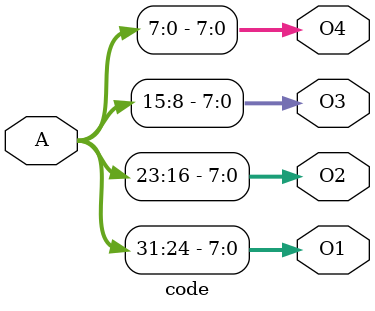
<source format=v>
`timescale 1ns / 1ps
module code(
    input [31:0] A,
    output [7:0] O1,
    output [7:0] O2,
    output [7:0] O3,
    output [7:0] O4
    );

    assign O1 = A[31:24];
    assign O2 = A[23:16];
    assign O3 = A[15:8];
    assign O4 = A[7:0];

endmodule

</source>
